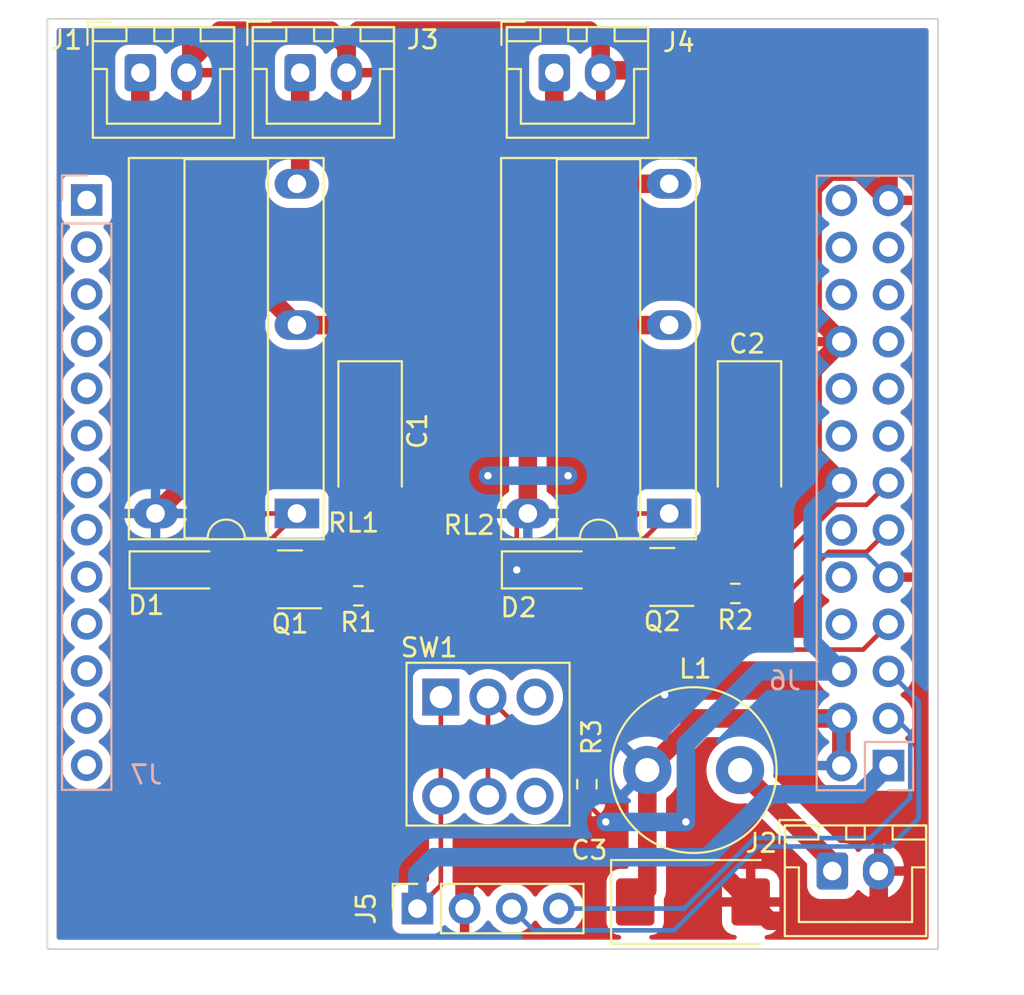
<source format=kicad_pcb>
(kicad_pcb (version 20211014) (generator pcbnew)
  (title_block (comment 4 "AISLER Project ID: KCIIVDQE"))
  (layers (0 "F.Cu" signal) (31 "B.Cu" signal) (34 "B.Paste" user) (35 "F.Paste" user) (36 "B.SilkS" user "B.Silkscreen") (37 "F.SilkS" user "F.Silkscreen") (38 "B.Mask" user) (39 "F.Mask" user) (44 "Edge.Cuts" user))
  (net 0 "")
  (net 1 "+5V")
  (net 2 "GND")
  (net 3 "Net-(D1-Pad2)")
  (net 4 "Net-(D2-Pad2)")
  (net 5 "Net-(J2-Pad1)")
  (net 6 "+3V3")
  (net 7 "SCL")
  (net 8 "SDA")
  (net 9 "Net-(J4-Pad1)")
  (net 10 "+12V")
  (net 11 "GPIO6")
  (net 14 "GPIO1")
  (net 15 "Net-(Q1-Pad1)")
  (net 16 "Net-(Q2-Pad1)")
  (net 17 "Net-(J3-Pad1)")
  (net 18 "GPIO0")
  (footprint "Capacitor_Tantalum_SMD:CP_EIA-6032-28_Kemet-C" (layer "F.Cu") (at 85.725 92.456 -90)
    (fp_text reference "C2" (at -4.699 0.127 180) (layer "F.SilkS"))
    (fp_text value "10u")
    (fp_line (start -3.76 1.71) (end 3 1.71) (layer "F.SilkS") (width 0.12))
    (fp_line (start -3.76 -1.71) (end -3.76 1.71) (layer "F.SilkS") (width 0.12))
    (fp_line (start 3 -1.71) (end -3.76 -1.71) (layer "F.SilkS") (width 0.12))
    (pad "1" smd roundrect (at -2.4625 0 270) (size 2.075 2.35) (layers "F.Cu" "F.Paste" "F.Mask") (roundrect_rratio 0.1204819277) (net 1 "+5V"))
    (pad "2" smd roundrect (at 2.4625 0 270) (size 2.075 2.35) (layers "F.Cu" "F.Paste" "F.Mask") (roundrect_rratio 0.1204819277) (net 2 "GND"))
  )
  (footprint "Capacitor_Tantalum_SMD:CP_EIA-7343-43_Kemet-X" (layer "F.Cu") (at 82.677 117.856)
    (fp_text reference "C3" (at -5.588 -2.794) (layer "F.SilkS"))
    (fp_text value "100u/16V")
    (fp_line (start 3.65 -2.26) (end -4.41 -2.26) (layer "F.SilkS") (width 0.12))
    (fp_line (start -4.41 2.26) (end 3.65 2.26) (layer "F.SilkS") (width 0.12))
    (fp_line (start -4.41 -2.26) (end -4.41 2.26) (layer "F.SilkS") (width 0.12))
    (pad "1" smd roundrect (at -3.1125 0) (size 2.075 2.55) (layers "F.Cu" "F.Paste" "F.Mask") (roundrect_rratio 0.1204819277) (net 1 "+5V"))
    (pad "2" smd roundrect (at 3.1125 0) (size 2.075 2.55) (layers "F.Cu" "F.Paste" "F.Mask") (roundrect_rratio 0.1204819277) (net 2 "GND"))
  )
  (footprint "Connector_JST:JST_XH_B2B-XH-A_1x02_P2.50mm_Vertical" (layer "F.Cu") (at 52.892 73.135)
    (fp_text reference "J1" (at -3.997 -1.761) (layer "F.SilkS"))
    (fp_text value "Conn_01x02")
    (fp_line (start -2.55 -2.45) (end -2.55 -1.7) (layer "F.SilkS") (width 0.12))
    (fp_line (start -1.8 2.75) (end 1.25 2.75) (layer "F.SilkS") (width 0.12))
    (fp_line (start 3.25 -2.45) (end 3.25 -1.7) (layer "F.SilkS") (width 0.12))
    (fp_line (start 3.25 -1.7) (end 5.05 -1.7) (layer "F.SilkS") (width 0.12))
    (fp_line (start 1.75 -1.7) (end 1.75 -2.45) (layer "F.SilkS") (width 0.12))
    (fp_line (start -1.8 -0.2) (end -1.8 2.75) (layer "F.SilkS") (width 0.12))
    (fp_line (start 0.75 -2.45) (end 0.75 -1.7) (layer "F.SilkS") (width 0.12))
    (fp_line (start 5.05 -2.45) (end 3.25 -2.45) (layer "F.SilkS") (width 0.12))
    (fp_line (start 5.05 -1.7) (end 5.05 -2.45) (layer "F.SilkS") (width 0.12))
    (fp_line (start 5.06 -2.46) (end -2.56 -2.46) (layer "F.SilkS") (width 0.12))
    (fp_line (start 4.3 2.75) (end 1.25 2.75) (layer "F.SilkS") (width 0.12))
    (fp_line (start 0.75 -1.7) (end 1.75 -1.7) (layer "F.SilkS") (width 0.12))
    (fp_line (start -0.75 -1.7) (end -0.75 -2.45) (layer "F.SilkS") (width 0.12))
    (fp_line (start 5.05 -0.2) (end 4.3 -0.2) (layer "F.SilkS") (width 0.12))
    (fp_line (start 5.06 3.51) (end 5.06 -2.46) (layer "F.SilkS") (width 0.12))
    (fp_line (start -2.85 -2.75) (end -2.85 -1.5) (layer "F.SilkS") (width 0.12))
    (fp_line (start -2.56 -2.46) (end -2.56 3.51) (layer "F.SilkS") (width 0.12))
    (fp_line (start -2.55 -1.7) (end -0.75 -1.7) (layer "F.SilkS") (width 0.12))
    (fp_line (start 4.3 -0.2) (end 4.3 2.75) (layer "F.SilkS") (width 0.12))
    (fp_line (start 1.75 -2.45) (end 0.75 -2.45) (layer "F.SilkS") (width 0.12))
    (fp_line (start -0.75 -2.45) (end -2.55 -2.45) (layer "F.SilkS") (width 0.12))
    (fp_line (start -2.56 3.51) (end 5.06 3.51) (layer "F.SilkS") (width 0.12))
    (fp_line (start -1.6 -2.75) (end -2.85 -2.75) (layer "F.SilkS") (width 0.12))
    (fp_line (start -2.55 -0.2) (end -1.8 -0.2) (layer "F.SilkS") (width 0.12))
    (pad "1" thru_hole roundrect (at 0 0) (size 1.7 2) (drill 1) (layers *.Cu *.Mask) (roundrect_rratio 0.1470588235) (net 10 "+12V"))
    (pad "2" thru_hole oval (at 2.5 0) (size 1.7 2) (drill 1) (layers *.Cu *.Mask) (net 2 "GND"))
  )
  (footprint "Connector_JST:JST_XH_B2B-XH-A_1x02_P2.50mm_Vertical" (layer "F.Cu") (at 90.19 116.188)
    (fp_text reference "J2" (at -3.83 -1.507) (layer "F.SilkS"))
    (fp_text value "Conn_01x02")
    (fp_line (start 3.25 -1.7) (end 5.05 -1.7) (layer "F.SilkS") (width 0.12))
    (fp_line (start 3.25 -2.45) (end 3.25 -1.7) (layer "F.SilkS") (width 0.12))
    (fp_line (start -2.56 3.51) (end 5.06 3.51) (layer "F.SilkS") (width 0.12))
    (fp_line (start -1.8 -0.2) (end -1.8 2.75) (layer "F.SilkS") (width 0.12))
    (fp_line (start -2.55 -2.45) (end -2.55 -1.7) (layer "F.SilkS") (width 0.12))
    (fp_line (start 1.75 -1.7) (end 1.75 -2.45) (layer "F.SilkS") (width 0.12))
    (fp_line (start -0.75 -2.45) (end -2.55 -2.45) (layer "F.SilkS") (width 0.12))
    (fp_line (start 5.05 -0.2) (end 4.3 -0.2) (layer "F.SilkS") (width 0.12))
    (fp_line (start 4.3 -0.2) (end 4.3 2.75) (layer "F.SilkS") (width 0.12))
    (fp_line (start 1.75 -2.45) (end 0.75 -2.45) (layer "F.SilkS") (width 0.12))
    (fp_line (start -2.85 -2.75) (end -2.85 -1.5) (layer "F.SilkS") (width 0.12))
    (fp_line (start 5.05 -1.7) (end 5.05 -2.45) (layer "F.SilkS") (width 0.12))
    (fp_line (start -2.56 -2.46) (end -2.56 3.51) (layer "F.SilkS") (width 0.12))
    (fp_line (start 5.05 -2.45) (end 3.25 -2.45) (layer "F.SilkS") (width 0.12))
    (fp_line (start -2.55 -0.2) (end -1.8 -0.2) (layer "F.SilkS") (width 0.12))
    (fp_line (start 5.06 -2.46) (end -2.56 -2.46) (layer "F.SilkS") (width 0.12))
    (fp_line (start 0.75 -2.45) (end 0.75 -1.7) (layer "F.SilkS") (width 0.12))
    (fp_line (start -2.55 -1.7) (end -0.75 -1.7) (layer "F.SilkS") (width 0.12))
    (fp_line (start -0.75 -1.7) (end -0.75 -2.45) (layer "F.SilkS") (width 0.12))
    (fp_line (start 0.75 -1.7) (end 1.75 -1.7) (layer "F.SilkS") (width 0.12))
    (fp_line (start -1.6 -2.75) (end -2.85 -2.75) (layer "F.SilkS") (width 0.12))
    (fp_line (start -1.8 2.75) (end 1.25 2.75) (layer "F.SilkS") (width 0.12))
    (fp_line (start 4.3 2.75) (end 1.25 2.75) (layer "F.SilkS") (width 0.12))
    (fp_line (start 5.06 3.51) (end 5.06 -2.46) (layer "F.SilkS") (width 0.12))
    (pad "1" thru_hole roundrect (at 0 0) (size 1.7 2) (drill 1) (layers *.Cu *.Mask) (roundrect_rratio 0.1470588235) (net 5 "Net-(J2-Pad1)"))
    (pad "2" thru_hole oval (at 2.5 0) (size 1.7 2) (drill 1) (layers *.Cu *.Mask) (net 2 "GND"))
  )
  (footprint "Diode_SMD:D_MiniMELF" (layer "F.Cu") (at 74.93 99.949)
    (fp_text reference "D2" (at -1.651 2.032) (layer "F.SilkS"))
    (fp_text value "1N4148")
    (fp_line (start -2.55 -1) (end -2.55 1) (layer "F.SilkS") (width 0.12))
    (fp_line (start 1.75 -1) (end -2.55 -1) (layer "F.SilkS") (width 0.12))
    (fp_line (start -2.55 1) (end 1.75 1) (layer "F.SilkS") (width 0.12))
    (pad "1" smd rect (at -1.75 0) (size 1.3 1.7) (layers "F.Cu" "F.Paste" "F.Mask") (net 1 "+5V"))
    (pad "2" smd rect (at 1.75 0) (size 1.3 1.7) (layers "F.Cu" "F.Paste" "F.Mask") (net 4 "Net-(D2-Pad2)"))
  )
  (footprint "Package_TO_SOT_SMD:SOT-23" (layer "F.Cu") (at 60.96 100.457 180)
    (fp_text reference "Q1" (at 0 -2.4 180) (layer "F.SilkS"))
    (fp_text value "MMBT3904")
    (fp_line (start 0 -1.56) (end -1.675 -1.56) (layer "F.SilkS") (width 0.12))
    (fp_line (start 0 1.56) (end 0.65 1.56) (layer "F.SilkS") (width 0.12))
    (fp_line (start 0 -1.56) (end 0.65 -1.56) (layer "F.SilkS") (width 0.12))
    (fp_line (start 0 1.56) (end -0.65 1.56) (layer "F.SilkS") (width 0.12))
    (pad "1" smd roundrect (at -0.9375 -0.95 180) (size 1.475 0.6) (layers "F.Cu" "F.Paste" "F.Mask") (net 15 "Net-(Q1-Pad1)"))
    (pad "2" smd roundrect (at -0.9375 0.95 180) (size 1.475 0.6) (layers "F.Cu" "F.Paste" "F.Mask") (net 2 "GND"))
    (pad "3" smd roundrect (at 0.9375 0 180) (size 1.475 0.6) (layers "F.Cu" "F.Paste" "F.Mask") (net 3 "Net-(D1-Pad2)"))
  )
  (footprint "Connector_JST:JST_XH_B2B-XH-A_1x02_P2.50mm_Vertical" (layer "F.Cu") (at 75.204 73.135)
    (fp_text reference "J4" (at 6.711 -1.634) (layer "F.SilkS"))
    (fp_text value "Conn_01x02")
    (fp_line (start 1.75 -1.7) (end 1.75 -2.45) (layer "F.SilkS") (width 0.12))
    (fp_line (start 4.3 -0.2) (end 4.3 2.75) (layer "F.SilkS") (width 0.12))
    (fp_line (start 3.25 -2.45) (end 3.25 -1.7) (layer "F.SilkS") (width 0.12))
    (fp_line (start -2.56 -2.46) (end -2.56 3.51) (layer "F.SilkS") (width 0.12))
    (fp_line (start -0.75 -1.7) (end -0.75 -2.45) (layer "F.SilkS") (width 0.12))
    (fp_line (start 5.05 -2.45) (end 3.25 -2.45) (layer "F.SilkS") (width 0.12))
    (fp_line (start 5.05 -1.7) (end 5.05 -2.45) (layer "F.SilkS") (width 0.12))
    (fp_line (start -2.55 -1.7) (end -0.75 -1.7) (layer "F.SilkS") (width 0.12))
    (fp_line (start -1.6 -2.75) (end -2.85 -2.75) (layer "F.SilkS") (width 0.12))
    (fp_line (start 5.06 3.51) (end 5.06 -2.46) (layer "F.SilkS") (width 0.12))
    (fp_line (start 1.75 -2.45) (end 0.75 -2.45) (layer "F.SilkS") (width 0.12))
    (fp_line (start 3.25 -1.7) (end 5.05 -1.7) (layer "F.SilkS") (width 0.12))
    (fp_line (start 0.75 -1.7) (end 1.75 -1.7) (layer "F.SilkS") (width 0.12))
    (fp_line (start 5.06 -2.46) (end -2.56 -2.46) (layer "F.SilkS") (width 0.12))
    (fp_line (start 5.05 -0.2) (end 4.3 -0.2) (layer "F.SilkS") (width 0.12))
    (fp_line (start -2.56 3.51) (end 5.06 3.51) (layer "F.SilkS") (width 0.12))
    (fp_line (start -2.55 -0.2) (end -1.8 -0.2) (layer "F.SilkS") (width 0.12))
    (fp_line (start 4.3 2.75) (end 1.25 2.75) (layer "F.SilkS") (width 0.12))
    (fp_line (start -1.8 2.75) (end 1.25 2.75) (layer "F.SilkS") (width 0.12))
    (fp_line (start -1.8 -0.2) (end -1.8 2.75) (layer "F.SilkS") (width 0.12))
    (fp_line (start 0.75 -2.45) (end 0.75 -1.7) (layer "F.SilkS") (width 0.12))
    (fp_line (start -2.85 -2.75) (end -2.85 -1.5) (layer "F.SilkS") (width 0.12))
    (fp_line (start -0.75 -2.45) (end -2.55 -2.45) (layer "F.SilkS") (width 0.12))
    (fp_line (start -2.55 -2.45) (end -2.55 -1.7) (layer "F.SilkS") (width 0.12))
    (pad "1" thru_hole roundrect (at 0 0) (size 1.7 2) (drill 1) (layers *.Cu *.Mask) (roundrect_rratio 0.1470588235) (net 9 "Net-(J4-Pad1)"))
    (pad "2" thru_hole oval (at 2.5 0) (size 1.7 2) (drill 1) (layers *.Cu *.Mask) (net 2 "GND"))
  )
  (footprint "Connector_JST:JST_XH_B2B-XH-A_1x02_P2.50mm_Vertical" (layer "F.Cu") (at 61.508 73.135)
    (fp_text reference "J3" (at 6.604 -1.778) (layer "F.SilkS"))
    (fp_text value "Conn_01x02")
    (fp_line (start -0.75 -2.45) (end -2.55 -2.45) (layer "F.SilkS") (width 0.12))
    (fp_line (start 5.05 -0.2) (end 4.3 -0.2) (layer "F.SilkS") (width 0.12))
    (fp_line (start -2.55 -0.2) (end -1.8 -0.2) (layer "F.SilkS") (width 0.12))
    (fp_line (start 1.75 -2.45) (end 0.75 -2.45) (layer "F.SilkS") (width 0.12))
    (fp_line (start -1.8 2.75) (end 1.25 2.75) (layer "F.SilkS") (width 0.12))
    (fp_line (start 0.75 -2.45) (end 0.75 -1.7) (layer "F.SilkS") (width 0.12))
    (fp_line (start -2.55 -2.45) (end -2.55 -1.7) (layer "F.SilkS") (width 0.12))
    (fp_line (start 4.3 2.75) (end 1.25 2.75) (layer "F.SilkS") (width 0.12))
    (fp_line (start -2.56 3.51) (end 5.06 3.51) (layer "F.SilkS") (width 0.12))
    (fp_line (start -1.8 -0.2) (end -1.8 2.75) (layer "F.SilkS") (width 0.12))
    (fp_line (start 5.05 -2.45) (end 3.25 -2.45) (layer "F.SilkS") (width 0.12))
    (fp_line (start 1.75 -1.7) (end 1.75 -2.45) (layer "F.SilkS") (width 0.12))
    (fp_line (start -0.75 -1.7) (end -0.75 -2.45) (layer "F.SilkS") (width 0.12))
    (fp_line (start -2.85 -2.75) (end -2.85 -1.5) (layer "F.SilkS") (width 0.12))
    (fp_line (start -1.6 -2.75) (end -2.85 -2.75) (layer "F.SilkS") (width 0.12))
    (fp_line (start 3.25 -2.45) (end 3.25 -1.7) (layer "F.SilkS") (width 0.12))
    (fp_line (start -2.55 -1.7) (end -0.75 -1.7) (layer "F.SilkS") (width 0.12))
    (fp_line (start -2.56 -2.46) (end -2.56 3.51) (layer "F.SilkS") (width 0.12))
    (fp_line (start 5.05 -1.7) (end 5.05 -2.45) (layer "F.SilkS") (width 0.12))
    (fp_line (start 4.3 -0.2) (end 4.3 2.75) (layer "F.SilkS") (width 0.12))
    (fp_line (start 5.06 -2.46) (end -2.56 -2.46) (layer "F.SilkS") (width 0.12))
    (fp_line (start 0.75 -1.7) (end 1.75 -1.7) (layer "F.SilkS") (width 0.12))
    (fp_line (start 3.25 -1.7) (end 5.05 -1.7) (layer "F.SilkS") (width 0.12))
    (fp_line (start 5.06 3.51) (end 5.06 -2.46) (layer "F.SilkS") (width 0.12))
    (pad "1" thru_hole roundrect (at 0 0) (size 1.7 2) (drill 1) (layers *.Cu *.Mask) (roundrect_rratio 0.1470588235) (net 17 "Net-(J3-Pad1)"))
    (pad "2" thru_hole oval (at 2.5 0) (size 1.7 2) (drill 1) (layers *.Cu *.Mask) (net 2 "GND"))
  )
  (footprint "legacy:DIL-relay" (layer "F.Cu") (at 61.331 96.906 180)
    (fp_text reference "RL1" (at -3.058 -0.503) (layer "F.SilkS"))
    (fp_text value "G6B-1114C-US-DC5")
    (fp_line (start 6.06 19.11) (end 6.06 -1.33) (layer "F.SilkS") (width 0.12))
    (fp_line (start -1.44 19.17) (end 9.06 19.17) (layer "F.SilkS") (width 0.12))
    (fp_line (start 6.06 -1.33) (end 4.81 -1.33) (layer "F.SilkS") (width 0.12))
    (fp_line (start 1.56 -1.33) (end 1.56 19.11) (layer "F.SilkS") (width 0.12))
    (fp_line (start 2.81 -1.33) (end 1.56 -1.33) (layer "F.SilkS") (width 0.12))
    (fp_line (start 1.56 19.11) (end 6.06 19.11) (layer "F.SilkS") (width 0.12))
    (fp_line (start 9.06 19.17) (end 9.06 -1.39) (layer "F.SilkS") (width 0.12))
    (fp_line (start 9.06 -1.39) (end -1.44 -1.39) (layer "F.SilkS") (width 0.12))
    (fp_line (start -1.44 -1.39) (end -1.44 19.17) (layer "F.SilkS") (width 0.12))
    (fp_arc (start 4.81 -1.33) (mid 3.81 -0.33) (end 2.81 -1.33) (layer "F.SilkS") (width 0.12))
    (pad "1" thru_hole rect locked (at 0 0 180) (size 2.4 1.6) (drill 1) (layers *.Cu *.Mask) (net 3 "Net-(D1-Pad2)"))
    (pad "2" thru_hole oval locked (at 7.62 0 180) (size 2.4 1.6) (drill 1) (layers *.Cu *.Mask) (net 1 "+5V"))
    (pad "3" thru_hole oval locked (at 0 10.16 180) (size 2.4 1.6) (drill 1) (layers *.Cu *.Mask) (net 10 "+12V"))
    (pad "4" thru_hole oval locked (at 0 17.78 180) (size 2.4 1.6) (drill 1) (layers *.Cu *.Mask) (net 17 "Net-(J3-Pad1)"))
  )
  (footprint "Resistor_SMD:R_0603_1608Metric" (layer "F.Cu") (at 76.962 111.506 -90)
    (fp_text reference "R3" (at -2.54 -0.254 -90) (layer "F.SilkS"))
    (fp_text value "10K")
    (fp_line (start -0.237258 -0.5225) (end 0.237258 -0.5225) (layer "F.SilkS") (width 0.12))
    (fp_line (start -0.237258 0.5225) (end 0.237258 0.5225) (layer "F.SilkS") (width 0.12))
    (pad "1" smd roundrect (at -0.825 0 270) (size 0.8 0.95) (layers "F.Cu" "F.Paste" "F.Mask") (net 11 "GPIO6"))
    (pad "2" smd roundrect (at 0.825 0 270) (size 0.8 0.95) (layers "F.Cu" "F.Paste" "F.Mask") (net 2 "GND"))
  )
  (footprint "Inductor_THT:L_Radial_D8.7mm_P5.00mm_Fastron_07HCP" (layer "F.Cu") (at 85.217 110.744 180)
    (fp_text reference "L1" (at 2.413 5.461) (layer "F.SilkS"))
    (fp_text value "10m")
    (fp_circle (center 2.5 0) (end 6.97 0) (layer "F.SilkS") (width 0.12) (fill none))
    (pad "1" thru_hole circle (at 0 0 180) (size 2.6 2.6) (drill 1.3) (layers *.Cu *.Mask) (net 5 "Net-(J2-Pad1)"))
    (pad "2" thru_hole circle (at 5 0 180) (size 2.6 2.6) (drill 1.3) (layers *.Cu *.Mask) (net 1 "+5V"))
  )
  (footprint "Connector_PinSocket_2.54mm:PinSocket_1x04_P2.54mm_Vertical" (layer "F.Cu") (at 67.828 118.212 90)
    (fp_text reference "J5" (at 0 -2.77 90) (layer "F.SilkS"))
    (fp_text value "Conn_01x04")
    (fp_line (start -1.33 1.27) (end -1.33 8.95) (layer "F.SilkS") (width 0.12))
    (fp_line (start 0 -1.33) (end 1.33 -1.33) (layer "F.SilkS") (width 0.12))
    (fp_line (start 1.33 1.27) (end 1.33 8.95) (layer "F.SilkS") (width 0.12))
    (fp_line (start -1.33 1.27) (end 1.33 1.27) (layer "F.SilkS") (width 0.12))
    (fp_line (start -1.33 8.95) (end 1.33 8.95) (layer "F.SilkS") (width 0.12))
    (fp_line (start 1.33 -1.33) (end 1.33 0) (layer "F.SilkS") (width 0.12))
    (pad "1" thru_hole rect (at 0 0 90) (size 1.7 1.7) (drill 1) (layers *.Cu *.Mask) (net 6 "+3V3"))
    (pad "2" thru_hole oval (at 0 2.54 90) (size 1.7 1.7) (drill 1) (layers *.Cu *.Mask) (net 2 "GND"))
    (pad "3" thru_hole oval (at 0 5.08 90) (size 1.7 1.7) (drill 1) (layers *.Cu *.Mask) (net 7 "SCL"))
    (pad "4" thru_hole oval (at 0 7.62 90) (size 1.7 1.7) (drill 1) (layers *.Cu *.Mask) (net 8 "SDA"))
  )
  (footprint "Capacitor_Tantalum_SMD:CP_EIA-6032-28_Kemet-C" (layer "F.Cu") (at 65.278 92.456 -90)
    (fp_text reference "C1" (at 0 -2.55 90) (layer "F.SilkS"))
    (fp_text value "10u")
    (fp_line (start -3.76 -1.71) (end -3.76 1.71) (layer "F.SilkS") (width 0.12))
    (fp_line (start -3.76 1.71) (end 3 1.71) (layer "F.SilkS") (width 0.12))
    (fp_line (start 3 -1.71) (end -3.76 -1.71) (layer "F.SilkS") (width 0.12))
    (pad "1" smd roundrect (at -2.4625 0 270) (size 2.075 2.35) (layers "F.Cu" "F.Paste" "F.Mask") (roundrect_rratio 0.1204819277) (net 1 "+5V"))
    (pad "2" smd roundrect (at 2.4625 0 270) (size 2.075 2.35) (layers "F.Cu" "F.Paste" "F.Mask") (roundrect_rratio 0.1204819277) (net 2 "GND"))
  )
  (footprint "legacy:DIL-relay" (layer "F.Cu") (at 81.397 96.906 180)
    (fp_text reference "RL2" (at 10.785 -0.63) (layer "F.SilkS"))
    (fp_text value "G6B-1114C-US-DC5")
    (fp_line (start 6.06 19.11) (end 6.06 -1.33) (layer "F.SilkS") (width 0.12))
    (fp_line (start 6.06 -1.33) (end 4.81 -1.33) (layer "F.SilkS") (width 0.12))
    (fp_line (start 9.06 -1.39) (end -1.44 -1.39) (layer "F.SilkS") (width 0.12))
    (fp_line (start 1.56 19.11) (end 6.06 19.11) (layer "F.SilkS") (width 0.12))
    (fp_line (start -1.44 19.17) (end 9.06 19.17) (layer "F.SilkS") (width 0.12))
    (fp_line (start 1.56 -1.33) (end 1.56 19.11) (layer "F.SilkS") (width 0.12))
    (fp_line (start 2.81 -1.33) (end 1.56 -1.33) (layer "F.SilkS") (width 0.12))
    (fp_line (start 9.06 19.17) (end 9.06 -1.39) (layer "F.SilkS") (width 0.12))
    (fp_line (start -1.44 -1.39) (end -1.44 19.17) (layer "F.SilkS") (width 0.12))
    (fp_arc (start 4.81 -1.33) (mid 3.81 -0.33) (end 2.81 -1.33) (layer "F.SilkS") (width 0.12))
    (pad "1" thru_hole rect locked (at 0 0 180) (size 2.4 1.6) (drill 1) (layers *.Cu *.Mask) (net 4 "Net-(D2-Pad2)"))
    (pad "2" thru_hole oval locked (at 7.62 0 180) (size 2.4 1.6) (drill 1) (layers *.Cu *.Mask) (net 1 "+5V"))
    (pad "3" thru_hole oval locked (at 0 10.16 180) (size 2.4 1.6) (drill 1) (layers *.Cu *.Mask) (net 10 "+12V"))
    (pad "4" thru_hole oval locked (at 0 17.78 180) (size 2.4 1.6) (drill 1) (layers *.Cu *.Mask) (net 9 "Net-(J4-Pad1)"))
  )
  (footprint "legacy:SW_PUSH_8.5x8.5_DPDT" (layer "F.Cu") (at 69.088 106.807)
    (fp_text reference "SW1" (at -0.635 -2.667) (layer "F.SilkS"))
    (fp_text value "SW_Push_DPDT")
    (fp_line (start -1.85 -1.85) (end 6.93 -1.85) (layer "F.SilkS") (width 0.12))
    (fp_line (start 6.94 6.94) (end 6.94 -1.85) (layer "F.SilkS") (width 0.12))
    (fp_line (start 6.93 6.93) (end -1.85 6.93) (layer "F.SilkS") (width 0.12))
    (fp_line (start -1.85 -1.85) (end -1.85 6.93) (layer "F.SilkS") (width 0.12))
    (pad "1" thru_hole rect locked (at 0 0) (size 2 2) (drill 1.2) (layers *.Cu *.Mask) (net 6 "+3V3"))
    (pad "2" thru_hole circle locked (at 2.54 0) (size 2 2) (drill 1.2) (layers *.Cu *.Mask) (net 11 "GPIO6"))
    (pad "3" thru_hole circle locked (at 5.08 0) (size 2 2) (drill 1.2) (layers *.Cu *.Mask))
    (pad "4" thru_hole circle locked (at 0 5.35) (size 2 2) (drill 1.2) (layers *.Cu *.Mask) (net 6 "+3V3"))
    (pad "5" thru_hole circle locked (at 2.54 5.35) (size 2 2) (drill 1.2) (layers *.Cu *.Mask) (net 11 "GPIO6"))
    (pad "6" thru_hole circle locked (at 5.08 5.35) (size 2 2) (drill 1.2) (layers *.Cu *.Mask))
  )
  (footprint "Resistor_SMD:R_0603_1608Metric" (layer "F.Cu") (at 64.643 101.346 180)
    (fp_text reference "R1" (at 0 -1.43 180) (layer "F.SilkS"))
    (fp_text value "10k")
    (fp_line (start -0.237258 0.5225) (end 0.237258 0.5225) (layer "F.SilkS") (width 0.12))
    (fp_line (start -0.237258 -0.5225) (end 0.237258 -0.5225) (layer "F.SilkS") (width 0.12))
    (pad "1" smd roundrect (at -0.825 0 180) (size 0.8 0.95) (layers "F.Cu" "F.Paste" "F.Mask") (net 14 "GPIO1"))
    (pad "2" smd roundrect (at 0.825 0 180) (size 0.8 0.95) (layers "F.Cu" "F.Paste" "F.Mask") (net 15 "Net-(Q1-Pad1)"))
  )
  (footprint "Diode_SMD:D_MiniMELF" (layer "F.Cu") (at 54.864 99.949)
    (fp_text reference "D1" (at -1.651 1.905) (layer "F.SilkS"))
    (fp_text value "1N4148")
    (fp_line (start 1.75 -1) (end -2.55 -1) (layer "F.SilkS") (width 0.12))
    (fp_line (start -2.55 -1) (end -2.55 1) (layer "F.SilkS") (width 0.12))
    (fp_line (start -2.55 1) (end 1.75 1) (layer "F.SilkS") (width 0.12))
    (pad "1" smd rect (at -1.75 0) (size 1.3 1.7) (layers "F.Cu" "F.Paste" "F.Mask") (net 1 "+5V"))
    (pad "2" smd rect (at 1.75 0) (size 1.3 1.7) (layers "F.Cu" "F.Paste" "F.Mask") (net 3 "Net-(D1-Pad2)"))
  )
  (footprint "Resistor_SMD:R_0603_1608Metric" (layer "F.Cu") (at 84.963 101.219 180)
    (fp_text reference "R2" (at 0 -1.43 180) (layer "F.SilkS"))
    (fp_text value "10k")
    (fp_line (start -0.237258 0.5225) (end 0.237258 0.5225) (layer "F.SilkS") (width 0.12))
    (fp_line (start -0.237258 -0.5225) (end 0.237258 -0.5225) (layer "F.SilkS") (width 0.12))
    (pad "1" smd roundrect (at -0.825 0 180) (size 0.8 0.95) (layers "F.Cu" "F.Paste" "F.Mask") (net 18 "GPIO0"))
    (pad "2" smd roundrect (at 0.825 0 180) (size 0.8 0.95) (layers "F.Cu" "F.Paste" "F.Mask") (net 16 "Net-(Q2-Pad1)"))
  )
  (footprint "Package_TO_SOT_SMD:SOT-23" (layer "F.Cu") (at 81.026 100.33 180)
    (fp_text reference "Q2" (at 0 -2.4 180) (layer "F.SilkS"))
    (fp_text value "MMBT3904")
    (fp_line (start 0 1.56) (end -0.65 1.56) (layer "F.SilkS") (width 0.12))
    (fp_line (start 0 -1.56) (end -1.675 -1.56) (layer "F.SilkS") (width 0.12))
    (fp_line (start 0 -1.56) (end 0.65 -1.56) (layer "F.SilkS") (width 0.12))
    (fp_line (start 0 1.56) (end 0.65 1.56) (layer "F.SilkS") (width 0.12))
    (pad "1" smd roundrect (at -0.9375 -0.95 180) (size 1.475 0.6) (layers "F.Cu" "F.Paste" "F.Mask") (net 16 "Net-(Q2-Pad1)"))
    (pad "2" smd roundrect (at -0.9375 0.95 180) (size 1.475 0.6) (layers "F.Cu" "F.Paste" "F.Mask") (net 2 "GND"))
    (pad "3" smd roundrect (at 0.9375 0 180) (size 1.475 0.6) (layers "F.Cu" "F.Paste" "F.Mask") (net 4 "Net-(D2-Pad2)"))
  )
  (footprint "Connector_PinSocket_2.54mm:PinSocket_2x13_P2.54mm_Vertical" (layer "B.Cu") (at 93.218 110.5)
    (fp_text reference "J6" (at -5.588 -4.582 180) (layer "B.SilkS") (effects (justify mirror)))
    (fp_text value "Conn_02x13_Odd_Even")
    (fp_line (start -3.87 -31.81) (end 1.33 -31.81) (layer "B.SilkS") (width 0.12))
    (fp_line (start -1.27 1.33) (end -1.27 -1.27) (layer "B.SilkS") (width 0.12))
    (fp_line (start -3.87 1.33) (end -3.87 -31.81) (layer "B.SilkS") (width 0.12))
    (fp_line (start 1.33 -1.27) (end 1.33 -31.81) (layer "B.SilkS") (width 0.12))
    (fp_line (start 1.33 1.33) (end 1.33 0) (layer "B.SilkS") (width 0.12))
    (fp_line (start 0 1.33) (end 1.33 1.33) (layer "B.SilkS") (width 0.12))
    (fp_line (start -3.87 1.33) (end -1.27 1.33) (layer "B.SilkS") (width 0.12))
    (fp_line (start -1.27 -1.27) (end 1.33 -1.27) (layer "B.SilkS") (width 0.12))
    (pad "1" thru_hole rect locked (at 0 0) (size 1.7 1.7) (drill 1) (layers *.Cu *.Mask) (net 6 "+3V3"))
    (pad "2" thru_hole oval locked (at -2.54 0) (size 1.7 1.7) (drill 1) (layers *.Cu *.Mask) (net 1 "+5V"))
    (pad "3" thru_hole oval locked (at 0 -2.54) (size 1.7 1.7) (drill 1) (layers *.Cu *.Mask) (net 8 "SDA"))
    (pad "4" thru_hole oval locked (at -2.54 -2.54) (size 1.7 1.7) (drill 1) (layers *.Cu *.Mask) (net 1 "+5V"))
    (pad "5" thru_hole oval locked (at 0 -5.08) (size 1.7 1.7) (drill 1) (layers *.Cu *.Mask) (net 7 "SCL"))
    (pad "6" thru_hole oval locked (at -2.54 -5.08) (size 1.7 1.7) (drill 1) (layers *.Cu *.Mask) (net 2 "GND"))
    (pad "7" thru_hole oval locked (at 0 -7.62) (size 1.7 1.7) (drill 1) (layers *.Cu *.Mask) (net 11 "GPIO6"))
    (pad "8" thru_hole oval locked (at -2.54 -7.62) (size 1.7 1.7) (drill 1) (layers *.Cu *.Mask))
    (pad "9" thru_hole oval locked (at 0 -10.16) (size 1.7 1.7) (drill 1) (layers *.Cu *.Mask) (net 2 "GND"))
    (pad "10" thru_hole oval locked (at -2.54 -10.16) (size 1.7 1.7) (drill 1) (layers *.Cu *.Mask))
    (pad "11" thru_hole oval locked (at 0 -12.7) (size 1.7 1.7) (drill 1) (layers *.Cu *.Mask) (net 14 "GPIO1"))
    (pad "12" thru_hole oval locked (at -2.54 -12.7) (size 1.7 1.7) (drill 1) (layers *.Cu *.Mask))
    (pad "13" thru_hole oval locked (at 0 -15.24) (size 1.7 1.7) (drill 1) (layers *.Cu *.Mask) (net 18 "GPIO0"))
    (pad "14" thru_hole oval locked (at -2.54 -15.24) (size 1.7 1.7) (drill 1) (layers *.Cu *.Mask) (net 2 "GND"))
    (pad "15" thru_hole oval locked (at 0 -17.78) (size 1.7 1.7) (drill 1) (layers *.Cu *.Mask))
    (pad "16" thru_hole oval locked (at -2.54 -17.78) (size 1.7 1.7) (drill 1) (layers *.Cu *.Mask))
    (pad "17" thru_hole oval locked (at 0 -20.32) (size 1.7 1.7) (drill 1) (layers *.Cu *.Mask))
    (pad "18" thru_hole oval locked (at -2.54 -20.32) (size 1.7 1.7) (drill 1) (layers *.Cu *.Mask))
    (pad "19" thru_hole oval locked (at 0 -22.86) (size 1.7 1.7) (drill 1) (layers *.Cu *.Mask))
    (pad "20" thru_hole oval locked (at -2.54 -22.86) (size 1.7 1.7) (drill 1) (layers *.Cu *.Mask) (net 2 "GND"))
    (pad "21" thru_hole oval locked (at 0 -25.4) (size 1.7 1.7) (drill 1) (layers *.Cu *.Mask))
    (pad "22" thru_hole oval locked (at -2.54 -25.4) (size 1.7 1.7) (drill 1) (layers *.Cu *.Mask))
    (pad "23" thru_hole oval locked (at 0 -27.94) (size 1.7 1.7) (drill 1) (layers *.Cu *.Mask))
    (pad "24" thru_hole oval locked (at -2.54 -27.94) (size 1.7 1.7) (drill 1) (layers *.Cu *.Mask))
    (pad "25" thru_hole oval locked (at 0 -30.48) (size 1.7 1.7) (drill 1) (layers *.Cu *.Mask) (net 2 "GND"))
    (pad "26" thru_hole oval locked (at -2.54 -30.48) (size 1.7 1.7) (drill 1) (layers *.Cu *.Mask))
  )
  (footprint "Connector_PinSocket_2.54mm:PinSocket_1x13_P2.54mm_Vertical" (layer "B.Cu") (at 50 80 180)
    (fp_text reference "J7" (at -3.213 -30.998) (layer "B.SilkS") (effects (justify mirror)))
    (fp_text value "Conn_01x13")
    (fp_line (start -1.33 -31.81) (end 1.33 -31.81) (layer "B.SilkS") (width 0.12))
    (fp_line (start 0 1.33) (end 1.33 1.33) (layer "B.SilkS") (width 0.12))
    (fp_line (start 1.33 -1.27) (end 1.33 -31.81) (layer "B.SilkS") (width 0.12))
    (fp_line (start 1.33 1.33) (end 1.33 0) (layer "B.SilkS") (width 0.12))
    (fp_line (start -1.33 -1.27) (end -1.33 -31.81) (layer "B.SilkS") (width 0.12))
    (fp_line (start -1.33 -1.27) (end 1.33 -1.27) (layer "B.SilkS") (width 0.12))
    (pad "1" thru_hole rect locked (at 0 0 180) (size 1.7 1.7) (drill 1) (layers *.Cu *.Mask))
    (pad "2" thru_hole oval locked (at 0 -2.54 180) (size 1.7 1.7) (drill 1) (layers *.Cu *.Mask))
    (pad "3" thru_hole oval locked (at 0 -5.08 180) (size 1.7 1.7) (drill 1) (layers *.Cu *.Mask))
    (pad "4" thru_hole oval locked (at 0 -7.62 180) (size 1.7 1.7) (drill 1) (layers *.Cu *.Mask))
    (pad "5" thru_hole oval locked (at 0 -10.16 180) (size 1.7 1.7) (drill 1) (layers *.Cu *.Mask))
    (pad "6" thru_hole oval locked (at 0 -12.7 180) (size 1.7 1.7) (drill 1) (layers *.Cu *.Mask))
    (pad "7" thru_hole oval locked (at 0 -15.24 180) (size 1.7 1.7) (drill 1) (layers *.Cu *.Mask))
    (pad "8" thru_hole oval locked (at 0 -17.78 180) (size 1.7 1.7) (drill 1) (layers *.Cu *.Mask))
    (pad "9" thru_hole oval locked (at 0 -20.32 180) (size 1.7 1.7) (drill 1) (layers *.Cu *.Mask))
    (pad "10" thru_hole oval locked (at 0 -22.86 180) (size 1.7 1.7) (drill 1) (layers *.Cu *.Mask))
    (pad "11" thru_hole oval locked (at 0 -25.4 180) (size 1.7 1.7) (drill 1) (layers *.Cu *.Mask))
    (pad "12" thru_hole oval locked (at 0 -27.94 180) (size 1.7 1.7) (drill 1) (layers *.Cu *.Mask))
    (pad "13" thru_hole oval locked (at 0 -30.48 180) (size 1.7 1.7) (drill 1) (layers *.Cu *.Mask))
  )
  (gr_rect (start 47.879 70.231) (end 95.885 120.396) (layer "Edge.Cuts") (width 0.1) (fill none))
  (segment (start 90.678 107.96) (end 90.678 110.5) (width 1) (layer "F.Cu") (net 1))
  (segment (start 73.18 99.949) (end 73.18 97.503) (width 0.25) (layer "F.Cu") (net 1))
  (segment (start 60.6235 89.9935) (end 53.711 96.906) (width 1) (layer "F.Cu") (net 1))
  (segment (start 76.8645 89.9935) (end 73.777 93.081) (width 1) (layer "F.Cu") (net 1))
  (segment (start 90.678 107.96) (end 83.001 107.96) (width 1) (layer "F.Cu") (net 1))
  (segment (start 53.114 99.949) (end 53.711 99.352) (width 0.25) (layer "F.Cu") (net 1))
  (segment (start 83.001 107.96) (end 80.217 110.744) (width 1) (layer "F.Cu") (net 1))
  (segment (start 85.725 89.9935) (end 76.8645 89.9935) (width 1) (layer "F.Cu") (net 1))
  (segment (start 53.711 99.352) (end 53.711 96.906) (width 0.25) (layer "F.Cu") (net 1))
  (segment (start 73.777 93.081) (end 73.777 96.906) (width 1) (layer "F.Cu") (net 1))
  (segment (start 83.001 107.96) (end 82.433 107.96) (width 1) (layer "F.Cu") (net 1))
  (segment (start 65.278 89.9935) (end 60.6235 89.9935) (width 1) (layer "F.Cu") (net 1))
  (segment (start 82.433 107.96) (end 81.153 106.68) (width 1) (layer "F.Cu") (net 1))
  (segment (start 70.6895 89.9935) (end 73.777 93.081) (width 1) (layer "F.Cu") (net 1))
  (segment (start 80.217 110.744) (end 80.217 117.2035) (width 1) (layer "F.Cu") (net 1))
  (segment (start 65.278 89.9935) (end 70.6895 89.9935) (width 1) (layer "F.Cu") (net 1))
  (segment (start 80.217 117.2035) (end 79.5645 117.856) (width 1) (layer "F.Cu") (net 1))
  (segment (start 73.18 97.503) (end 73.777 96.906) (width 0.25) (layer "F.Cu") (net 1))
  (via (at 73.18 99.949) (size 0.8) (drill 0.4) (layers "F.Cu" "B.Cu") (net 1))
  (via (at 81.153 106.68) (size 0.8) (drill 0.4) (layers "F.Cu" "B.Cu") (net 1))
  (segment (start 76.835 106.68) (end 73.18 103.025) (width 1) (layer "B.Cu") (net 1))
  (segment (start 81.153 106.68) (end 76.835 106.68) (width 1) (layer "B.Cu") (net 1))
  (segment (start 73.18 103.025) (end 73.18 99.949) (width 1) (layer "B.Cu") (net 1))
  (segment (start 90.678 87.64) (end 89.128489 89.189511) (width 1) (layer "F.Cu") (net 2))
  (segment (start 90.03617 78.470489) (end 89.128489 79.37817) (width 1) (layer "F.Cu") (net 2))
  (segment (start 77.978 114.046) (end 77.978 113.538) (width 1) (layer "F.Cu") (net 2))
  (segment (start 91.677 73.008) (end 93.218 74.549) (width 1) (layer "F.Cu") (net 2))
  (segment (start 65.278 98.044) (end 65.278 94.9185) (width 0.25) (layer "F.Cu") (net 2))
  (segment (start 86.0665 95.26) (end 85.725 94.9185) (width 1) (layer "F.Cu") (net 2))
  (segment (start 77.704 73.008) (end 91.677 73.008) (width 1) (layer "F.Cu") (net 2))
  (segment (start 64.008 71.501) (end 64.643 70.866) (width 1) (layer "F.Cu") (net 2))
  (segment (start 63.815 99.507) (end 65.278 98.044) (width 0.25) (layer "F.Cu") (net 2))
  (segment (start 90.678 95.26) (end 86.0665 95.26) (width 1) (layer "F.Cu") (net 2))
  (segment (start 91.567 118.872) (end 86.8055 118.872) (width 1) (layer "F.Cu") (net 2))
  (segment (start 92.69 117.749) (end 91.567 118.872) (width 1) (layer "F.Cu") (net 2))
  (segment (start 63.159 70.866) (end 64.008 71.715) (width 1) (layer "F.Cu") (net 2))
  (segment (start 89.128489 89.189511) (end 89.128489 93.710489) (width 1) (layer "F.Cu") (net 2))
  (segment (start 81.9635 99.38) (end 84.135 99.38) (width 0.25) (layer "F.Cu") (net 2))
  (segment (start 86.8055 118.872) (end 85.7895 117.856) (width 1) (layer "F.Cu") (net 2))
  (segment (start 77.704 71.481) (end 77.704 73.008) (width 1) (layer "F.Cu") (net 2))
  (segment (start 93.218 80.02) (end 91.668489 78.470489) (width 1) (layer "F.Cu") (net 2))
  (segment (start 82.296 114.3625) (end 85.7895 117.856) (width 1) (layer "F.Cu") (net 2))
  (segment (start 76.962 112.522) (end 77.978 113.538) (width 0.25) (layer "F.Cu") (net 2))
  (segment (start 55.392 73.135) (end 55.392 72.664) (width 1) (layer "F.Cu") (net 2))
  (segment (start 76.962 112.331) (end 76.962 112.522) (width 0.25) (layer "F.Cu") (net 2))
  (segment (start 55.392 72.664) (end 57.19 70.866) (width 1) (layer "F.Cu") (net 2))
  (segment (start 64.643 70.866) (end 77.089 70.866) (width 1) (layer "F.Cu") (net 2))
  (segment (start 91.668489 78.470489) (end 90.03617 78.470489) (width 1) (layer "F.Cu") (net 2))
  (segment (start 93.218 74.549) (end 93.218 80.02) (width 1) (layer "F.Cu") (net 2))
  (segment (start 85.725 97.79) (end 85.725 94.9185) (width 0.25) (layer "F.Cu") (net 2))
  (segment (start 82.296 113.538) (end 82.296 114.3625) (width 1) (layer "F.Cu") (net 2))
  (segment (start 70.368 116.957) (end 71.755 115.57) (width 1) (layer "F.Cu") (net 2))
  (segment (start 76.581 115.443) (end 77.978 114.046) (width 1) (layer "F.Cu") (net 2))
  (segment (start 89.128489 86.090489) (end 90.678 87.64) (width 1) (layer "F.Cu") (net 2))
  (segment (start 75.9955 94.9185) (end 75.946 94.869) (width 1) (layer "F.Cu") (net 2))
  (segment (start 77.089 70.866) (end 77.704 71.481) (width 1) (layer "F.Cu") (net 2))
  (segment (start 57.19 70.866) (end 63.159 70.866) (width 1) (layer "F.Cu") (net 2))
  (segment (start 71.882 115.443) (end 76.581 115.443) (width 1) (layer "F.Cu") (net 2))
  (segment (start 92.69 116.188) (end 92.69 117.749) (width 1) (layer "F.Cu") (net 2))
  (segment (start 84.135 99.38) (end 85.725 97.79) (width 0.25) (layer "F.Cu") (net 2))
  (segment (start 65.278 94.9185) (end 71.5785 94.9185) (width 1) (layer "F.Cu") (net 2))
  (segment (start 85.725 94.9185) (end 75.9955 94.9185) (width 1) (layer "F.Cu") (net 2))
  (segment (start 64.008 73.152) (end 64.008 71.501) (width 1) (layer "F.Cu") (net 2))
  (segment (start 70.368 118.212) (end 70.368 116.957) (width 1) (layer "F.Cu") (net 2))
  (segment (start 71.755 115.57) (end 71.882 115.443) (width 1) (layer "F.Cu") (net 2))
  (segment (start 64.008 71.715) (end 64.008 73.152) (width 1) (layer "F.Cu") (net 2))
  (segment (start 89.128489 93.710489) (end 90.678 95.26) (width 1) (layer "F.Cu") (net 2))
  (segment (start 89.128489 79.37817) (end 89.128489 86.090489) (width 1) (layer "F.Cu") (net 2))
  (segment (start 61.8975 99.507) (end 63.815 99.507) (width 0.25) (layer "F.Cu") (net 2))
  (segment (start 71.5785 94.9185) (end 71.628 94.869) (width 1) (layer "F.Cu") (net 2))
  (via (at 82.296 113.538) (size 0.8) (drill 0.4) (layers "F.Cu" "B.Cu") (net 2))
  (via (at 71.628 94.869) (size 0.8) (drill 0.4) (layers "F.Cu" "B.Cu") (net 2))
  (via (at 77.978 113.538) (size 0.8) (drill 0.4) (layers "F.Cu" "B.Cu") (net 2))
  (via (at 75.946 94.869) (size 0.8) (drill 0.4) (layers "F.Cu" "B.Cu") (net 2))
  (segment (start 93.218 100.34) (end 92.043489 99.165489) (width 0.25) (layer "B.Cu") (net 2))
  (segment (start 82.296 109.347) (end 82.296 113.538) (width 1) (layer "B.Cu") (net 2))
  (segment (start 86.223 105.42) (end 82.296 109.347) (width 1) (layer "B.Cu") (net 2))
  (segment (start 90.678 95.26) (end 89.128489 96.809511) (width 1) (layer "B.Cu") (net 2))
  (segment (start 89.128489 103.870489) (end 90.678 105.42) (width 1) (layer "B.Cu") (net 2))
  (segment (start 89.128489 99.161489) (end 89.128489 103.870489) (width 1) (layer "B.Cu") (net 2))
  (segment (start 75.946 94.869) (end 71.628 94.869) (width 1) (layer "B.Cu") (net 2))
  (segment (start 90.678 105.42) (end 86.223 105.42) (width 1) (layer "B.Cu") (net 2))
  (segment (start 89.132489 99.165489) (end 89.128489 99.161489) (width 0.25) (layer "B.Cu") (net 2))
  (segment (start 89.128489 96.809511) (end 89.128489 99.161489) (width 1) (layer "B.Cu") (net 2))
  (segment (start 77.978 113.538) (end 82.296 113.538) (width 1) (layer "B.Cu") (net 2))
  (segment (start 92.043489 99.165489) (end 89.132489 99.165489) (width 0.25) (layer "B.Cu") (net 2))
  (segment (start 60.0225 100.457) (end 60.0225 98.2145) (width 0.25) (layer "F.Cu") (net 3))
  (segment (start 60.0225 98.2145) (end 61.331 96.906) (width 0.25) (layer "F.Cu") (net 3))
  (segment (start 59.657 96.906) (end 56.614 99.949) (width 0.25) (layer "F.Cu") (net 3))
  (segment (start 61.331 96.906) (end 59.657 96.906) (width 0.25) (layer "F.Cu") (net 3))
  (segment (start 79.723 96.906) (end 81.397 96.906) (width 0.25) (layer "F.Cu") (net 4))
  (segment (start 80.0885 98.2145) (end 81.397 96.906) (width 0.25) (layer "F.Cu") (net 4))
  (segment (start 80.0885 100.33) (end 80.0885 98.2145) (width 0.25) (layer "F.Cu") (net 4))
  (segment (start 76.68 99.949) (end 79.723 96.906) (width 0.25) (layer "F.Cu") (net 4))
  (segment (start 90.19 116.188) (end 90.19 115.717) (width 1) (layer "F.Cu") (net 5))
  (segment (start 90.19 115.717) (end 85.217 110.744) (width 1) (layer "F.Cu") (net 5))
  (segment (start 69.088 112.157) (end 69.088 116.952) (width 0.25) (layer "F.Cu") (net 6))
  (segment (start 69.088 116.952) (end 67.828 118.212) (width 0.25) (layer "F.Cu") (net 6))
  (segment (start 69.088 106.807) (end 69.088 112.157) (width 0.25) (layer "F.Cu") (net 6))
  (segment (start 86.832489 112.049511) (end 83.439 115.443) (width 1) (layer "B.Cu") (net 6))
  (segment (start 67.828 116.322) (end 67.828 118.212) (width 1) (layer "B.Cu") (net 6))
  (segment (start 68.707 115.443) (end 67.828 116.322) (width 1) (layer "B.Cu") (net 6))
  (segment (start 83.439 115.443) (end 68.707 115.443) (width 1) (layer "B.Cu") (net 6))
  (segment (start 93.218 110.5) (end 91.668489 112.049511) (width 1) (layer "B.Cu") (net 6))
  (segment (start 91.668489 112.049511) (end 86.832489 112.049511) (width 1) (layer "B.Cu") (net 6))
  (segment (start 94.842022 107.044022) (end 94.842022 113.341) (width 0.25) (layer "B.Cu") (net 7))
  (segment (start 81.654489 119.386511) (end 74.082511 119.386511) (width 0.25) (layer "B.Cu") (net 7))
  (segment (start 86.17752 114.86348) (end 81.654489 119.386511) (width 0.25) (layer "B.Cu") (net 7))
  (segment (start 74.082511 119.386511) (end 72.908 118.212) (width 0.25) (layer "B.Cu") (net 7))
  (segment (start 93.319542 114.86348) (end 86.17752 114.86348) (width 0.25) (layer "B.Cu") (net 7))
  (segment (start 94.842022 113.341) (end 93.319542 114.86348) (width 0.25) (layer "B.Cu") (net 7))
  (segment (start 93.218 105.42) (end 94.842022 107.044022) (width 0.25) (layer "B.Cu") (net 7))
  (segment (start 85.991326 114.41397) (end 82.193296 118.212) (width 0.25) (layer "B.Cu") (net 8))
  (segment (start 94.392511 112.236489) (end 92.21503 114.41397) (width 0.25) (layer "B.Cu") (net 8))
  (segment (start 92.21503 114.41397) (end 85.991326 114.41397) (width 0.25) (layer "B.Cu") (net 8))
  (segment (start 93.218 107.96) (end 93.609 107.96) (width 0.25) (layer "B.Cu") (net 8))
  (segment (start 93.609 107.96) (end 94.392511 108.743511) (width 0.25) (layer "B.Cu") (net 8))
  (segment (start 94.392511 108.743511) (end 94.392511 112.236489) (width 0.25) (layer "B.Cu") (net 8))
  (segment (start 82.193296 118.212) (end 75.448 118.212) (width 0.25) (layer "B.Cu") (net 8))
  (segment (start 75.204 73.008) (end 75.204 74.95) (width 1) (layer "F.Cu") (net 9))
  (segment (start 75.204 74.95) (end 79.38 79.126) (width 1) (layer "F.Cu") (net 9))
  (segment (start 79.38 79.126) (end 81.397 79.126) (width 1) (layer "F.Cu") (net 9))
  (segment (start 52.892 78.307) (end 52.892 73.135) (width 1) (layer "F.Cu") (net 10))
  (segment (start 81.397 86.746) (end 61.331 86.746) (width 1) (layer "F.Cu") (net 10))
  (segment (start 61.331 86.746) (end 52.892 78.307) (width 1) (layer "F.Cu") (net 10))
  (segment (start 76.708 109.408) (end 81.870511 104.245489) (width 0.25) (layer "F.Cu") (net 11))
  (segment (start 71.628 106.807) (end 74.229 109.408) (width 0.25) (layer "F.Cu") (net 11))
  (segment (start 71.628 106.807) (end 71.628 112.157) (width 0.25) (layer "F.Cu") (net 11))
  (segment (start 81.870511 104.245489) (end 91.852511 104.245489) (width 0.25) (layer "F.Cu") (net 11))
  (segment (start 76.962 110.681) (end 76.962 109.662) (width 0.25) (layer "F.Cu") (net 11))
  (segment (start 76.962 109.662) (end 76.708 109.408) (width 0.25) (layer "F.Cu") (net 11))
  (segment (start 74.229 109.408) (end 76.708 109.408) (width 0.25) (layer "F.Cu") (net 11))
  (segment (start 91.852511 104.245489) (end 93.218 102.88) (width 0.25) (layer "F.Cu") (net 11))
  (segment (start 90.001489 98.974511) (end 86.95748 102.01852) (width 0.25) (layer "F.Cu") (net 14))
  (segment (start 93.218 97.8) (end 92.043489 98.974511) (width 0.25) (layer "F.Cu") (net 14))
  (segment (start 66.14052 102.01852) (end 86.95748 102.01852) (width 0.25) (layer "F.Cu") (net 14))
  (segment (start 92.043489 98.974511) (end 90.001489 98.974511) (width 0.25) (layer "F.Cu") (net 14))
  (segment (start 65.468 101.346) (end 66.14052 102.01852) (width 0.25) (layer "F.Cu") (net 14))
  (segment (start 63.818 101.346) (end 61.9585 101.346) (width 0.25) (layer "F.Cu") (net 15))
  (segment (start 61.9585 101.346) (end 61.8975 101.407) (width 0.25) (layer "F.Cu") (net 15))
  (segment (start 84.077 101.28) (end 84.138 101.219) (width 0.25) (layer "F.Cu") (net 16))
  (segment (start 81.9635 101.28) (end 84.077 101.28) (width 0.25) (layer "F.Cu") (net 16))
  (segment (start 61.508 78.949) (end 61.331 79.126) (width 1) (layer "F.Cu") (net 17))
  (segment (start 61.508 73.152) (end 61.508 78.949) (width 1) (layer "F.Cu") (net 17))
  (segment (start 92.043489 96.434511) (end 90.382489 96.434511) (width 0.25) (layer "F.Cu") (net 18))
  (segment (start 90.382489 96.434511) (end 85.788 101.029) (width 0.25) (layer "F.Cu") (net 18))
  (segment (start 93.218 95.26) (end 92.043489 96.434511) (width 0.25) (layer "F.Cu") (net 18))
  (segment (start 85.788 101.029) (end 85.788 101.219) (width 0.25) (layer "F.Cu") (net 18))
  (zone (net 2) (net_name "GND") (layer "F.Cu") (connect_pads (clearance 0.508)) (min_thickness 0.254) (fill yes (thermal_gap 0.508) (thermal_bridge_width 0.508))
    (polygon (pts (xy 96.266 120.904) (xy 46.99 120.904) (xy 46.99 69.215) (xy 96.266 69.215)))
  )
  (zone (net 1) (net_name "+5V") (layer "B.Cu") (connect_pads (clearance 0.508)) (min_thickness 0.254) (fill yes (thermal_gap 0.508) (thermal_bridge_width 0.508))
    (polygon (pts (xy 97.409 121.666) (xy 46.863 121.666) (xy 46.736 69.215) (xy 46.863 69.342) (xy 97.409 69.215)))
  )
)
</source>
